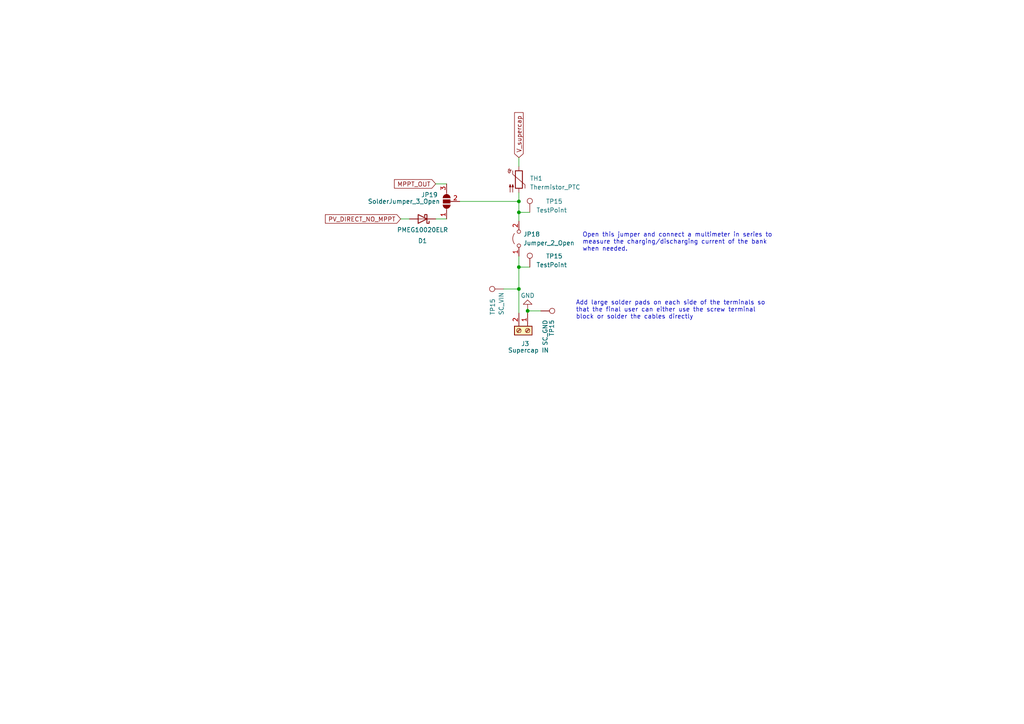
<source format=kicad_sch>
(kicad_sch (version 20230121) (generator eeschema)
  (paper "A4")
  (title_block (title "Supercapacitor bank input") (date "2024-02-07") (rev "1") (comment 1 "However, the larger the capacitor, the longer it will take to reach 5.2V.") (comment 2 "There is no limit in the total capacitance of the bank. ") (comment 3 "The MPPT charger based on the SPV1040 can output up to 5.2V and 5W max. ") (comment 4 "The voltage tolerated by the supercapacitor bank should be AT LEAST 5.4V."))
  (lib_symbols
    (symbol "Connector:Screw_Terminal_01x02" (pin_names (offset 1.016) hide)
      (property "Reference" "J" (at 0 2.54 0))
      (property "Value" "Screw_Terminal_01x02" (at 0 -5.08 0))
      (symbol "Screw_Terminal_01x02_1_1"
        (rectangle (start -1.27 1.27) (end 1.27 -3.81) (stroke (width 0.254)) (fill (type background)))
        (circle (center 0 -2.54) (radius 0.635) (stroke (width 0.1524)))
        (polyline (pts (xy -0.5334 -2.2098) (xy 0.3302 -3.048)) (stroke (width 0.1524)))
        (polyline (pts (xy -0.5334 0.3302) (xy 0.3302 -0.508)) (stroke (width 0.1524)))
        (polyline (pts (xy -0.3556 -2.032) (xy 0.508 -2.8702)) (stroke (width 0.1524)))
        (polyline (pts (xy -0.3556 0.508) (xy 0.508 -0.3302)) (stroke (width 0.1524)))
        (circle (center 0 0) (radius 0.635) (stroke (width 0.1524)))
        (pin passive line (at -5.08 0 0) (length 3.81) (name "Pin_1") (number "1"))
        (pin passive line (at -5.08 -2.54 0) (length 3.81) (name "Pin_2") (number "2"))
      )
    )
    (symbol "Connector:TestPoint" (pin_numbers hide) (pin_names (offset 0.762) hide)
      (property "Reference" "TP" (at 0 6.858 0))
      (property "Value" "TestPoint" (at 0 5.08 0))
      (symbol "TestPoint_0_1"
        (circle (center 0 3.302) (radius 0.762))
      )
      (symbol "TestPoint_1_1"
        (pin passive line (at 0 0 90) (length 2.54) (name "1") (number "1"))
      )
    )
    (symbol "Device:D_Schottky" (pin_numbers hide) (pin_names (offset 1.016) hide)
      (property "Reference" "D" (at 0 2.54 0))
      (property "Value" "D_Schottky" (at 0 -2.54 0))
      (symbol "D_Schottky_0_1"
        (polyline (pts (xy 1.27 0) (xy -1.27 0)))
        (polyline (pts (xy 1.27 1.27) (xy 1.27 -1.27) (xy -1.27 0) (xy 1.27 1.27)) (stroke (width 0.254)))
        (polyline (pts (xy -1.905 0.635) (xy -1.905 1.27) (xy -1.27 1.27) (xy -1.27 -1.27) (xy -0.635 -1.27) (xy -0.635 -0.635)) (stroke (width 0.254)))
      )
      (symbol "D_Schottky_1_1"
        (pin passive line (at -3.81 0 0) (length 2.54) (name "K") (number "1"))
        (pin passive line (at 3.81 0 180) (length 2.54) (name "A") (number "2"))
      )
    )
    (symbol "Device:Thermistor_PTC" (pin_numbers hide) (pin_names (offset 0))
      (property "Reference" "TH" (at -4.064 0 90))
      (property "Value" "Thermistor_PTC" (at 3.048 0 90))
      (symbol "Thermistor_PTC_0_1"
        (arc (start -3.048 2.159) (mid -3.0495 2.3143) (end -3.175 2.413))
        (arc (start -3.048 2.159) (mid -2.9736 1.9794) (end -2.794 1.905))
        (arc (start -3.048 2.794) (mid -2.9736 2.6144) (end -2.794 2.54))
        (arc (start -2.794 1.905) (mid -2.6144 1.9794) (end -2.54 2.159))
        (arc (start -2.794 2.54) (mid -2.4393 2.5587) (end -2.159 2.794))
        (arc (start -2.794 3.048) (mid -2.9736 2.9736) (end -3.048 2.794))
        (arc (start -2.54 2.794) (mid -2.6144 2.9736) (end -2.794 3.048))
        (rectangle (start -1.016 2.54) (end 1.016 -2.54) (stroke (width 0.254)))
        (polyline (pts (xy -2.54 2.159) (xy -2.54 2.794)))
        (polyline (pts (xy -1.778 2.54) (xy -1.778 1.524) (xy 1.778 -1.524) (xy 1.778 -2.54)))
        (polyline (pts (xy -2.54 -3.683) (xy -2.54 -1.397) (xy -2.794 -2.159) (xy -2.286 -2.159) (xy -2.54 -1.397) (xy -2.54 -1.651)) (fill (type outline)))
        (polyline (pts (xy -1.778 -3.683) (xy -1.778 -1.397) (xy -2.032 -2.159) (xy -1.524 -2.159) (xy -1.778 -1.397) (xy -1.778 -1.651)) (fill (type outline)))
      )
      (symbol "Thermistor_PTC_1_1"
        (pin passive line (at 0 3.81 270) (length 1.27) (name "~") (number "1"))
        (pin passive line (at 0 -3.81 90) (length 1.27) (name "~") (number "2"))
      )
    )
    (symbol "Jumper:Jumper_2_Open" (pin_names (offset 0) hide)
      (property "Reference" "JP" (at 0 2.794 0))
      (property "Value" "Jumper_2_Open" (at 0 -2.286 0))
      (symbol "Jumper_2_Open_0_0"
        (circle (center -2.032 0) (radius 0.508))
        (circle (center 2.032 0) (radius 0.508))
      )
      (symbol "Jumper_2_Open_0_1"
        (arc (start 1.524 1.27) (mid 0 1.778) (end -1.524 1.27))
      )
      (symbol "Jumper_2_Open_1_1"
        (pin passive line (at -5.08 0 0) (length 2.54) (name "A") (number "1"))
        (pin passive line (at 5.08 0 180) (length 2.54) (name "B") (number "2"))
      )
    )
    (symbol "Jumper:SolderJumper_3_Open" (pin_names (offset 0) hide)
      (property "Reference" "JP" (at -2.54 -2.54 0))
      (property "Value" "SolderJumper_3_Open" (at 0 2.794 0))
      (symbol "SolderJumper_3_Open_0_1"
        (arc (start -1.016 1.016) (mid -2.0276 0) (end -1.016 -1.016))
        (arc (start -1.016 1.016) (mid -2.0276 0) (end -1.016 -1.016) (fill (type outline)))
        (rectangle (start -0.508 1.016) (end 0.508 -1.016) (fill (type outline)))
        (polyline (pts (xy -2.54 0) (xy -2.032 0)))
        (polyline (pts (xy -1.016 1.016) (xy -1.016 -1.016)))
        (polyline (pts (xy 0 -1.27) (xy 0 -1.016)))
        (polyline (pts (xy 1.016 1.016) (xy 1.016 -1.016)))
        (polyline (pts (xy 2.54 0) (xy 2.032 0)))
        (arc (start 1.016 -1.016) (mid 2.0276 0) (end 1.016 1.016))
        (arc (start 1.016 -1.016) (mid 2.0276 0) (end 1.016 1.016) (fill (type outline)))
      )
      (symbol "SolderJumper_3_Open_1_1"
        (pin passive line (at -5.08 0 0) (length 2.54) (name "A") (number "1"))
        (pin passive line (at 0 -3.81 90) (length 2.54) (name "C") (number "2"))
        (pin passive line (at 5.08 0 180) (length 2.54) (name "B") (number "3"))
      )
    )
    (symbol "power:GND" (power) (pin_names (offset 0))
      (property "Value" "GND" (at 0 -3.81 0))
      (symbol "GND_0_1"
        (polyline (pts (xy 0 0) (xy 0 -1.27) (xy 1.27 -1.27) (xy 0 -2.54) (xy -1.27 -1.27) (xy 0 -1.27)))
      )
      (symbol "GND_1_1"
        (pin power_in line (at 0 0 270) (length 0) hide (name "GND") (number "1"))
      )
    )
  )
  (junction (at 150.495 77.47))
  (junction (at 150.495 58.42))
  (junction (at 150.495 61.595))
  (junction (at 153.035 90.17))
  (junction (at 150.495 83.82))
  (wire (pts (xy 150.495 77.47) (xy 150.495 83.82)))
  (wire (pts (xy 116.205 63.5) (xy 118.745 63.5)))
  (wire (pts (xy 153.67 77.47) (xy 150.495 77.47)))
  (wire (pts (xy 150.495 58.42) (xy 150.495 61.595)))
  (wire (pts (xy 150.495 45.72) (xy 150.495 48.26)))
  (wire (pts (xy 150.495 55.88) (xy 150.495 58.42)))
  (wire (pts (xy 153.035 90.17) (xy 156.845 90.17)))
  (wire (pts (xy 126.365 63.5) (xy 129.54 63.5)))
  (wire (pts (xy 153.035 89.535) (xy 153.035 90.17)))
  (wire (pts (xy 126.365 53.34) (xy 129.54 53.34)))
  (wire (pts (xy 153.035 90.17) (xy 153.035 90.805)))
  (wire (pts (xy 150.495 61.595) (xy 150.495 64.135)))
  (wire (pts (xy 133.35 58.42) (xy 150.495 58.42)))
  (wire (pts (xy 150.495 83.82) (xy 150.495 90.805)))
  (wire (pts (xy 150.495 61.595) (xy 153.67 61.595)))
  (wire (pts (xy 150.495 74.295) (xy 150.495 77.47)))
  (wire (pts (xy 146.05 83.82) (xy 150.495 83.82)))
  (text "Open this jumper and connect a multimeter in series to\nmeasure the charging/discharging current of the bank\nwhen needed." (at 168.91 73.025 0) (effects (font (size 1.27 1.27)) (justify left bottom)))
  (text "Add large solder pads on each side of the terminals so\nthat the final user can either use the screw terminal \nblock or solder the cables directly" (at 167.005 92.71 0) (effects (font (size 1.27 1.27)) (justify left bottom)))
  (global_label "PV_DIRECT_NO_MPPT" (shape input) (at 116.205 63.5 180) (property "Intersheetrefs" "${INTERSHEET_REFS}" (effects hide)))
  (global_label "MPPT_OUT" (shape input) (at 126.365 53.34 180) (property "Intersheetrefs" "${INTERSHEET_REFS}" (effects hide)))
  (global_label "V_supercap" (shape input) (at 150.495 45.72 90) (property "Intersheetrefs" "${INTERSHEET_REFS}" (effects hide)))
  (symbol (lib_id "Jumper:Jumper_2_Open") (at 150.495 69.215 90) (unit 1)
    (property "Reference" "JP18" (at 151.765 67.945 90) (effects (justify right)))
    (property "Value" "Jumper_2_Open" (at 151.765 70.485 90) (effects (justify right)))
    (property "Footprint" "Jumper:SolderJumper-2_P1.3mm_Open_RoundedPad1.0x1.5mm" (effects hide))
  )
  (symbol (lib_id "Connector:TestPoint") (at 153.67 61.595 0) (mirror y) (unit 1)
    (property "Reference" "TP15" (at 163.195 58.42 0) (effects (justify left)))
    (property "Value" "TestPoint" (at 164.465 60.96 0) (effects (justify left)))
    (property "Footprint" "TestPoint:TestPoint_Bridge_Pitch5.08mm_Drill1.3mm" (effects hide))
    (instances (project "suntastic" (path "" (reference "TP15") (unit 1)) (path "" (reference "TP21") (unit 1))))
  )
  (symbol (lib_id "Connector:TestPoint") (at 153.67 77.47 0) (mirror y) (unit 1)
    (property "Reference" "TP15" (at 163.195 74.295 0) (effects (justify left)))
    (property "Value" "TestPoint" (at 164.465 76.835 0) (effects (justify left)))
    (property "Footprint" "TestPoint:TestPoint_Bridge_Pitch5.08mm_Drill1.3mm" (effects hide))
    (instances (project "suntastic" (path "" (reference "TP15") (unit 1)) (path "" (reference "TP22") (unit 1))))
  )
  (symbol (lib_id "Connector:TestPoint") (at 156.845 90.17 270) (unit 1)
    (property "Reference" "TP15" (at 160.02 92.71 0) (effects (justify left)))
    (property "Value" "SC_GND" (at 158.115 92.71 0) (effects (justify left)))
    (property "Footprint" "TestPoint:TestPoint_THTPad_4.0x4.0mm_Drill2.0mm" (effects hide))
    (instances (project "suntastic" (path "" (reference "TP15") (unit 1)) (path "" (reference "TP20") (unit 1))))
  )
  (symbol (lib_id "power:GND") (at 153.035 89.535 180) (unit 1)
    (property "Reference" "#PWR026" (effects hide))
    (property "Value" "GND" (at 153.035 85.725 0))
  )
  (symbol (lib_id "Device:D_Schottky") (at 122.555 63.5 180) (unit 1)
    (property "Reference" "D1" (at 122.555 69.85 0))
    (property "Value" "PMEG10020ELR" (at 122.555 66.675 0))
    (property "Footprint" "Diode_SMD:D_SOD-123F" (effects hide))
    (property "Datasheet" "https://assets.nexperia.com/documents/data-sheet/PMEG10020ELR.pdf" (effects hide))
  )
  (symbol (lib_id "Connector:Screw_Terminal_01x02") (at 153.035 95.885 270) (unit 1)
    (property "Reference" "J3" (at 151.13 99.695 90) (effects (justify left)))
    (property "Value" "Supercap IN" (at 147.32 101.6 90) (effects (justify left)))
    (property "Footprint" "TerminalBlock:TerminalBlock_bornier-2_P5.08mm" (effects hide))
  )
  (symbol (lib_id "Device:Thermistor_PTC") (at 150.495 52.07 0) (unit 1)
    (property "Reference" "TH1" (at 153.67 51.7525 0) (effects (justify left)))
    (property "Value" "Thermistor_PTC" (at 153.67 54.2925 0) (effects (justify left)))
    (property "Footprint" "Resistor_SMD:R_0603_1608Metric_Pad0.98x0.95mm_HandSolder" (effects hide))
  )
  (symbol (lib_id "Connector:TestPoint") (at 146.05 83.82 90) (unit 1)
    (property "Reference" "TP15" (at 142.875 91.44 0) (effects (justify left)))
    (property "Value" "SC_VIN" (at 145.415 91.44 0) (effects (justify left)))
    (property "Footprint" "TestPoint:TestPoint_THTPad_4.0x4.0mm_Drill2.0mm" (effects hide))
    (instances (project "suntastic" (path "" (reference "TP15") (unit 1)) (path "" (reference "TP19") (unit 1))))
  )
  (symbol (lib_id "Jumper:SolderJumper_3_Open") (at 129.54 58.42 90) (unit 1)
    (property "Reference" "JP19" (at 127 56.515 90) (effects (justify left)))
    (property "Value" "SolderJumper_3_Open" (at 127.635 58.42 90) (effects (justify left)))
    (property "Footprint" "Jumper:SolderJumper-3_P1.3mm_Open_RoundedPad1.0x1.5mm_NumberLabels" (effects hide))
  )
)
</source>
